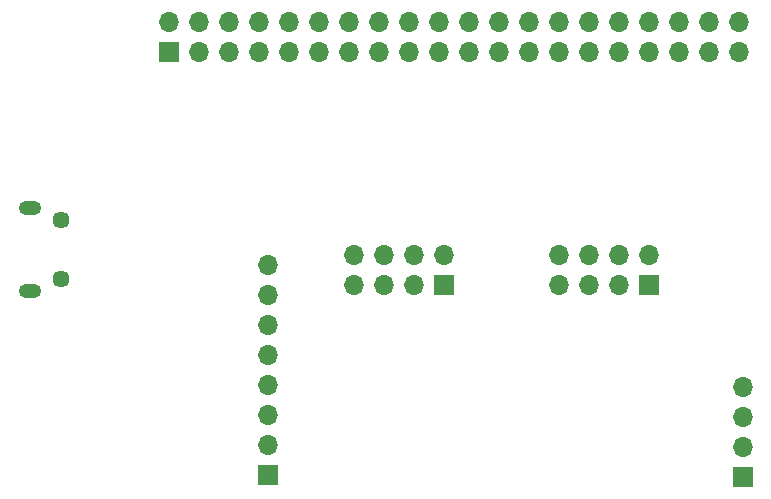
<source format=gbr>
%TF.GenerationSoftware,KiCad,Pcbnew,(6.0.9-dirty)*%
%TF.CreationDate,2022-12-30T08:50:27-06:00*%
%TF.ProjectId,parthiv_pcb_v2,70617274-6869-4765-9f70-63625f76322e,rev?*%
%TF.SameCoordinates,Original*%
%TF.FileFunction,Soldermask,Bot*%
%TF.FilePolarity,Negative*%
%FSLAX46Y46*%
G04 Gerber Fmt 4.6, Leading zero omitted, Abs format (unit mm)*
G04 Created by KiCad (PCBNEW (6.0.9-dirty)) date 2022-12-30 08:50:27*
%MOMM*%
%LPD*%
G01*
G04 APERTURE LIST*
%ADD10R,1.700000X1.700000*%
%ADD11O,1.700000X1.700000*%
%ADD12C,1.450000*%
%ADD13O,1.900000X1.200000*%
G04 APERTURE END LIST*
D10*
%TO.C,U3*%
X157430666Y-113766000D03*
D11*
X157430666Y-111226000D03*
X154890666Y-113766000D03*
X154890666Y-111226000D03*
X152350666Y-113766000D03*
X152350666Y-111226000D03*
X149810666Y-113766000D03*
X149810666Y-111226000D03*
%TD*%
D10*
%TO.C,J4*%
X125222000Y-129794000D03*
D11*
X125222000Y-127254000D03*
X125222000Y-124714000D03*
X125222000Y-122174000D03*
X125222000Y-119634000D03*
X125222000Y-117094000D03*
X125222000Y-114554000D03*
X125222000Y-112014000D03*
%TD*%
D12*
%TO.C,J3*%
X107716500Y-113244000D03*
D13*
X105016500Y-107244000D03*
X105016500Y-114244000D03*
D12*
X107716500Y-108244000D03*
%TD*%
D10*
%TO.C,U2*%
X140100000Y-113766000D03*
D11*
X140100000Y-111226000D03*
X137560000Y-113766000D03*
X137560000Y-111226000D03*
X135020000Y-113766000D03*
X135020000Y-111226000D03*
X132480000Y-113766000D03*
X132480000Y-111226000D03*
%TD*%
D10*
%TO.C,J5*%
X165404800Y-129997200D03*
D11*
X165404800Y-127457200D03*
X165404800Y-124917200D03*
X165404800Y-122377200D03*
%TD*%
D10*
%TO.C,J6*%
X116840000Y-93980000D03*
D11*
X116840000Y-91440000D03*
X119380000Y-93980000D03*
X119380000Y-91440000D03*
X121920000Y-93980000D03*
X121920000Y-91440000D03*
X124460000Y-93980000D03*
X124460000Y-91440000D03*
X127000000Y-93980000D03*
X127000000Y-91440000D03*
X129540000Y-93980000D03*
X129540000Y-91440000D03*
X132080000Y-93980000D03*
X132080000Y-91440000D03*
X134620000Y-93980000D03*
X134620000Y-91440000D03*
X137160000Y-93980000D03*
X137160000Y-91440000D03*
X139700000Y-93980000D03*
X139700000Y-91440000D03*
X142240000Y-93980000D03*
X142240000Y-91440000D03*
X144780000Y-93980000D03*
X144780000Y-91440000D03*
X147320000Y-93980000D03*
X147320000Y-91440000D03*
X149860000Y-93980000D03*
X149860000Y-91440000D03*
X152400000Y-93980000D03*
X152400000Y-91440000D03*
X154940000Y-93980000D03*
X154940000Y-91440000D03*
X157480000Y-93980000D03*
X157480000Y-91440000D03*
X160020000Y-93980000D03*
X160020000Y-91440000D03*
X162560000Y-93980000D03*
X162560000Y-91440000D03*
X165100000Y-93980000D03*
X165100000Y-91440000D03*
%TD*%
M02*

</source>
